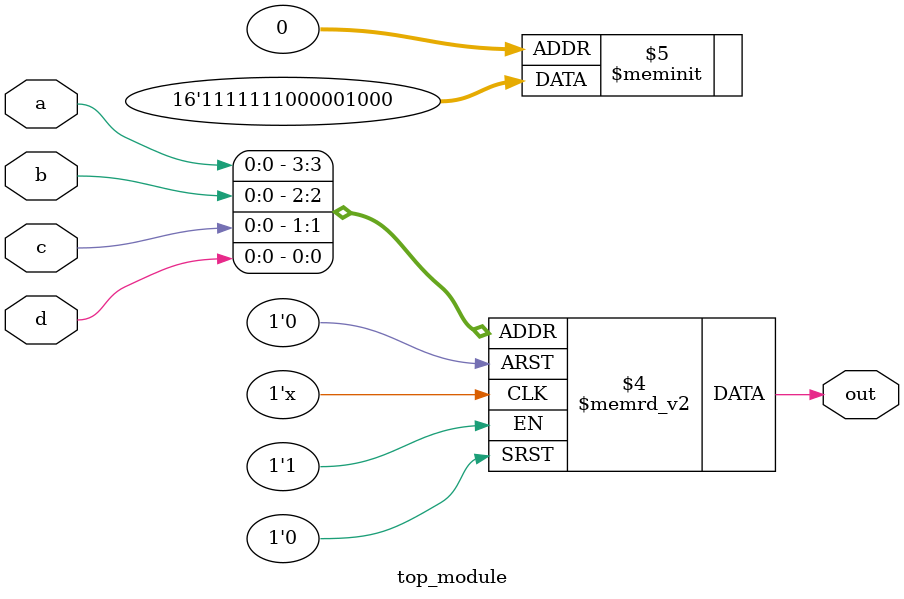
<source format=sv>
module top_module (
	input a, 
	input b,
	input c,
	input d,
	output reg out
);

	always @* begin
		case ({a,b,c,d})
			4'b0000, 4'b0001, 4'b0010, 4'b0100, 4'b0101, 4'b0110, 4'b0111, 4'b1000: out = 1'b0;
			default: out = 1'b1;
		endcase
	end

endmodule

</source>
